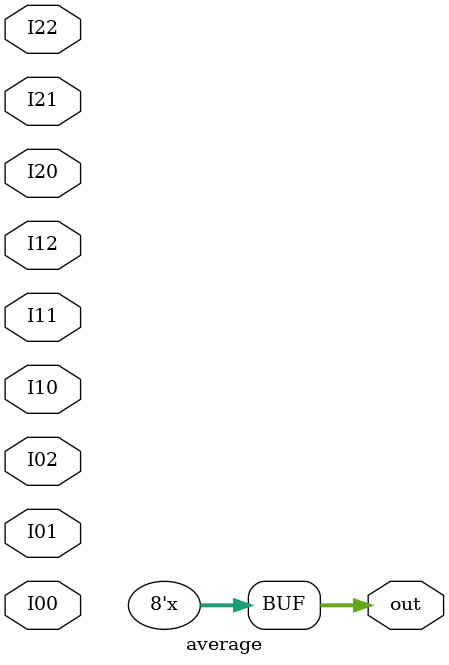
<source format=v>
module average(
    input [7:0] 
    //UpperLine
    I00,I01,I02,
    //MiddleLine
    I10,I11,I12,
    //UnderLine
    I20,I21,I22,
    
    output reg [7:0] out
);

reg [11:0] tmp;

always @(I00,I01,I02,I10,I11,I12,I20,I21,I22) begin
    tmp <= I00+I01+I02+I10+I11+I12+I20+I21+I22;
    out <= tmp/4'd9;
end
endmodule
</source>
